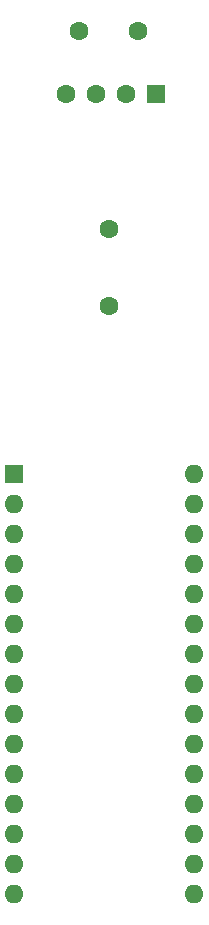
<source format=gbr>
%TF.GenerationSoftware,KiCad,Pcbnew,8.0.0*%
%TF.CreationDate,2024-07-08T18:04:10+10:00*%
%TF.ProjectId,Ardi,41726469-2e6b-4696-9361-645f70636258,A*%
%TF.SameCoordinates,Original*%
%TF.FileFunction,Soldermask,Bot*%
%TF.FilePolarity,Negative*%
%FSLAX46Y46*%
G04 Gerber Fmt 4.6, Leading zero omitted, Abs format (unit mm)*
G04 Created by KiCad (PCBNEW 8.0.0) date 2024-07-08 18:04:10*
%MOMM*%
%LPD*%
G01*
G04 APERTURE LIST*
%ADD10R,1.600000X1.600000*%
%ADD11O,1.600000X1.600000*%
%ADD12C,1.600000*%
G04 APERTURE END LIST*
D10*
%TO.C,A1*%
X127000000Y-105450000D03*
D11*
X127000000Y-107990000D03*
X127000000Y-110530000D03*
X127000000Y-113070000D03*
X127000000Y-115610000D03*
X127000000Y-118150000D03*
X127000000Y-120690000D03*
X127000000Y-123230000D03*
X127000000Y-125770000D03*
X127000000Y-128310000D03*
X127000000Y-130850000D03*
X127000000Y-133390000D03*
X127000000Y-135930000D03*
X127000000Y-138470000D03*
X127000000Y-141010000D03*
X142240000Y-141010000D03*
X142240000Y-138470000D03*
X142240000Y-135930000D03*
X142240000Y-133390000D03*
X142240000Y-130850000D03*
X142240000Y-128310000D03*
X142240000Y-125770000D03*
X142240000Y-123230000D03*
X142240000Y-120690000D03*
X142240000Y-118150000D03*
X142240000Y-115610000D03*
X142240000Y-113070000D03*
X142240000Y-110530000D03*
X142240000Y-107990000D03*
X142240000Y-105450000D03*
%TD*%
D12*
%TO.C,LS1*%
X135000000Y-91250000D03*
X135000000Y-84750000D03*
%TD*%
%TO.C,P1*%
X137500000Y-68000000D03*
X132500000Y-68000000D03*
%TD*%
D10*
%TO.C,U1*%
X139000000Y-73300000D03*
D12*
X136460000Y-73300000D03*
X133920000Y-73300000D03*
X131380000Y-73300000D03*
%TD*%
M02*

</source>
